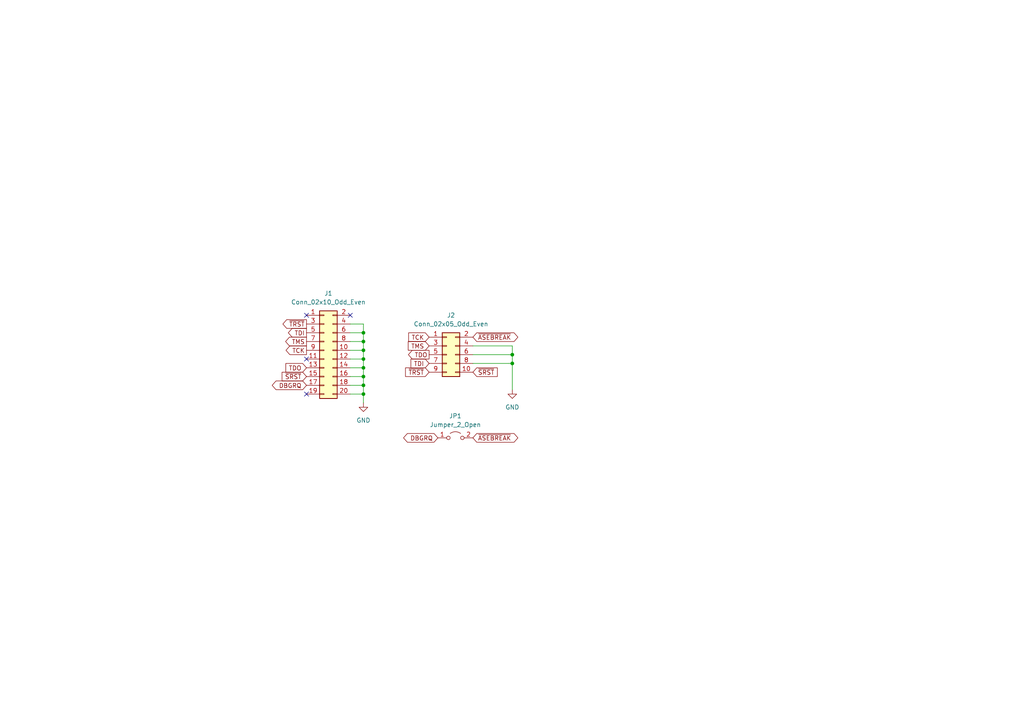
<source format=kicad_sch>
(kicad_sch (version 20211123) (generator eeschema)
  (paper "A4")
  (lib_symbols
    (symbol "Connector_Generic:Conn_02x05_Odd_Even" (pin_names (offset 1.016) hide)
      (property "Reference" "J" (at 1.27 7.62 0))
      (property "Value" "Conn_02x05_Odd_Even" (at 1.27 -7.62 0))
      (symbol "Conn_02x05_Odd_Even_1_1"
        (rectangle (start -1.27 -4.953) (end 0 -5.207) (stroke (width 0.1524)))
        (rectangle (start -1.27 -2.413) (end 0 -2.667) (stroke (width 0.1524)))
        (rectangle (start -1.27 0.127) (end 0 -0.127) (stroke (width 0.1524)))
        (rectangle (start -1.27 2.667) (end 0 2.413) (stroke (width 0.1524)))
        (rectangle (start -1.27 5.207) (end 0 4.953) (stroke (width 0.1524)))
        (rectangle (start -1.27 6.35) (end 3.81 -6.35) (stroke (width 0.254)) (fill (type background)))
        (rectangle (start 3.81 -4.953) (end 2.54 -5.207) (stroke (width 0.1524)))
        (rectangle (start 3.81 -2.413) (end 2.54 -2.667) (stroke (width 0.1524)))
        (rectangle (start 3.81 0.127) (end 2.54 -0.127) (stroke (width 0.1524)))
        (rectangle (start 3.81 2.667) (end 2.54 2.413) (stroke (width 0.1524)))
        (rectangle (start 3.81 5.207) (end 2.54 4.953) (stroke (width 0.1524)))
        (pin passive line (at -5.08 5.08 0) (length 3.81) (name "Pin_1") (number "1"))
        (pin passive line (at 7.62 -5.08 180) (length 3.81) (name "Pin_10") (number "10"))
        (pin passive line (at 7.62 5.08 180) (length 3.81) (name "Pin_2") (number "2"))
        (pin passive line (at -5.08 2.54 0) (length 3.81) (name "Pin_3") (number "3"))
        (pin passive line (at 7.62 2.54 180) (length 3.81) (name "Pin_4") (number "4"))
        (pin passive line (at -5.08 0 0) (length 3.81) (name "Pin_5") (number "5"))
        (pin passive line (at 7.62 0 180) (length 3.81) (name "Pin_6") (number "6"))
        (pin passive line (at -5.08 -2.54 0) (length 3.81) (name "Pin_7") (number "7"))
        (pin passive line (at 7.62 -2.54 180) (length 3.81) (name "Pin_8") (number "8"))
        (pin passive line (at -5.08 -5.08 0) (length 3.81) (name "Pin_9") (number "9"))
      )
    )
    (symbol "Connector_Generic:Conn_02x10_Odd_Even" (pin_names (offset 1.016) hide)
      (property "Reference" "J" (at 1.27 12.7 0))
      (property "Value" "Conn_02x10_Odd_Even" (at 1.27 -15.24 0))
      (symbol "Conn_02x10_Odd_Even_1_1"
        (rectangle (start -1.27 -12.573) (end 0 -12.827) (stroke (width 0.1524)))
        (rectangle (start -1.27 -10.033) (end 0 -10.287) (stroke (width 0.1524)))
        (rectangle (start -1.27 -7.493) (end 0 -7.747) (stroke (width 0.1524)))
        (rectangle (start -1.27 -4.953) (end 0 -5.207) (stroke (width 0.1524)))
        (rectangle (start -1.27 -2.413) (end 0 -2.667) (stroke (width 0.1524)))
        (rectangle (start -1.27 0.127) (end 0 -0.127) (stroke (width 0.1524)))
        (rectangle (start -1.27 2.667) (end 0 2.413) (stroke (width 0.1524)))
        (rectangle (start -1.27 5.207) (end 0 4.953) (stroke (width 0.1524)))
        (rectangle (start -1.27 7.747) (end 0 7.493) (stroke (width 0.1524)))
        (rectangle (start -1.27 10.287) (end 0 10.033) (stroke (width 0.1524)))
        (rectangle (start -1.27 11.43) (end 3.81 -13.97) (stroke (width 0.254)) (fill (type background)))
        (rectangle (start 3.81 -12.573) (end 2.54 -12.827) (stroke (width 0.1524)))
        (rectangle (start 3.81 -10.033) (end 2.54 -10.287) (stroke (width 0.1524)))
        (rectangle (start 3.81 -7.493) (end 2.54 -7.747) (stroke (width 0.1524)))
        (rectangle (start 3.81 -4.953) (end 2.54 -5.207) (stroke (width 0.1524)))
        (rectangle (start 3.81 -2.413) (end 2.54 -2.667) (stroke (width 0.1524)))
        (rectangle (start 3.81 0.127) (end 2.54 -0.127) (stroke (width 0.1524)))
        (rectangle (start 3.81 2.667) (end 2.54 2.413) (stroke (width 0.1524)))
        (rectangle (start 3.81 5.207) (end 2.54 4.953) (stroke (width 0.1524)))
        (rectangle (start 3.81 7.747) (end 2.54 7.493) (stroke (width 0.1524)))
        (rectangle (start 3.81 10.287) (end 2.54 10.033) (stroke (width 0.1524)))
        (pin passive line (at -5.08 10.16 0) (length 3.81) (name "Pin_1") (number "1"))
        (pin passive line (at 7.62 0 180) (length 3.81) (name "Pin_10") (number "10"))
        (pin passive line (at -5.08 -2.54 0) (length 3.81) (name "Pin_11") (number "11"))
        (pin passive line (at 7.62 -2.54 180) (length 3.81) (name "Pin_12") (number "12"))
        (pin passive line (at -5.08 -5.08 0) (length 3.81) (name "Pin_13") (number "13"))
        (pin passive line (at 7.62 -5.08 180) (length 3.81) (name "Pin_14") (number "14"))
        (pin passive line (at -5.08 -7.62 0) (length 3.81) (name "Pin_15") (number "15"))
        (pin passive line (at 7.62 -7.62 180) (length 3.81) (name "Pin_16") (number "16"))
        (pin passive line (at -5.08 -10.16 0) (length 3.81) (name "Pin_17") (number "17"))
        (pin passive line (at 7.62 -10.16 180) (length 3.81) (name "Pin_18") (number "18"))
        (pin passive line (at -5.08 -12.7 0) (length 3.81) (name "Pin_19") (number "19"))
        (pin passive line (at 7.62 10.16 180) (length 3.81) (name "Pin_2") (number "2"))
        (pin passive line (at 7.62 -12.7 180) (length 3.81) (name "Pin_20") (number "20"))
        (pin passive line (at -5.08 7.62 0) (length 3.81) (name "Pin_3") (number "3"))
        (pin passive line (at 7.62 7.62 180) (length 3.81) (name "Pin_4") (number "4"))
        (pin passive line (at -5.08 5.08 0) (length 3.81) (name "Pin_5") (number "5"))
        (pin passive line (at 7.62 5.08 180) (length 3.81) (name "Pin_6") (number "6"))
        (pin passive line (at -5.08 2.54 0) (length 3.81) (name "Pin_7") (number "7"))
        (pin passive line (at 7.62 2.54 180) (length 3.81) (name "Pin_8") (number "8"))
        (pin passive line (at -5.08 0 0) (length 3.81) (name "Pin_9") (number "9"))
      )
    )
    (symbol "Jumper:Jumper_2_Open" (pin_names (offset 0) hide)
      (property "Reference" "JP" (at 0 2.794 0))
      (property "Value" "Jumper_2_Open" (at 0 -2.286 0))
      (symbol "Jumper_2_Open_0_0"
        (circle (center -2.032 0) (radius 0.508))
        (circle (center 2.032 0) (radius 0.508))
      )
      (symbol "Jumper_2_Open_0_1"
        (arc (start 1.524 1.27) (mid 0 1.778) (end -1.524 1.27))
      )
      (symbol "Jumper_2_Open_1_1"
        (pin passive line (at -5.08 0 0) (length 2.54) (name "A") (number "1"))
        (pin passive line (at 5.08 0 180) (length 2.54) (name "B") (number "2"))
      )
    )
    (symbol "power:GND" (power) (pin_names (offset 0))
      (property "Value" "GND" (at 0 -3.81 0))
      (symbol "GND_0_1"
        (polyline (pts (xy 0 0) (xy 0 -1.27) (xy 1.27 -1.27) (xy 0 -2.54) (xy -1.27 -1.27) (xy 0 -1.27)))
      )
      (symbol "GND_1_1"
        (pin power_in line (at 0 0 270) (length 0) hide (name "GND") (number "1"))
      )
    )
  )
  (junction (at 105.41 99.06))
  (junction (at 105.41 106.68))
  (junction (at 105.41 111.76))
  (junction (at 105.41 101.6))
  (junction (at 148.59 105.41))
  (junction (at 105.41 104.14))
  (junction (at 105.41 114.3))
  (junction (at 148.59 102.87))
  (junction (at 105.41 96.52))
  (junction (at 105.41 109.22))
  (no_connect (at 88.9 91.44))
  (no_connect (at 101.6 91.44))
  (no_connect (at 88.9 104.14))
  (no_connect (at 88.9 114.3))
  (wire (pts (xy 101.6 109.22) (xy 105.41 109.22)))
  (wire (pts (xy 105.41 111.76) (xy 105.41 114.3)))
  (wire (pts (xy 137.16 102.87) (xy 148.59 102.87)))
  (wire (pts (xy 105.41 114.3) (xy 105.41 116.84)))
  (wire (pts (xy 148.59 100.33) (xy 148.59 102.87)))
  (wire (pts (xy 101.6 99.06) (xy 105.41 99.06)))
  (wire (pts (xy 105.41 96.52) (xy 105.41 99.06)))
  (wire (pts (xy 101.6 111.76) (xy 105.41 111.76)))
  (wire (pts (xy 101.6 104.14) (xy 105.41 104.14)))
  (wire (pts (xy 137.16 105.41) (xy 148.59 105.41)))
  (wire (pts (xy 101.6 114.3) (xy 105.41 114.3)))
  (wire (pts (xy 105.41 99.06) (xy 105.41 101.6)))
  (wire (pts (xy 101.6 106.68) (xy 105.41 106.68)))
  (wire (pts (xy 148.59 105.41) (xy 148.59 113.03)))
  (wire (pts (xy 105.41 101.6) (xy 105.41 104.14)))
  (wire (pts (xy 137.16 100.33) (xy 148.59 100.33)))
  (wire (pts (xy 101.6 93.98) (xy 105.41 93.98)))
  (wire (pts (xy 105.41 109.22) (xy 105.41 111.76)))
  (wire (pts (xy 105.41 104.14) (xy 105.41 106.68)))
  (wire (pts (xy 101.6 96.52) (xy 105.41 96.52)))
  (wire (pts (xy 105.41 106.68) (xy 105.41 109.22)))
  (wire (pts (xy 148.59 102.87) (xy 148.59 105.41)))
  (wire (pts (xy 101.6 101.6) (xy 105.41 101.6)))
  (wire (pts (xy 105.41 93.98) (xy 105.41 96.52)))
  (global_label "DBGRQ" (shape bidirectional) (at 127 127 180) (property "Intersheet References" "${INTERSHEET_REFS}" (effects hide)))
  (global_label "~{TRST}" (shape output) (at 88.9 93.98 180) (property "Intersheet References" "${INTERSHEET_REFS}" (effects hide)))
  (global_label "TDO" (shape output) (at 124.46 102.87 180) (property "Intersheet References" "${INTERSHEET_REFS}" (effects hide)))
  (global_label "~{SRST}" (shape input) (at 88.9 109.22 180) (property "Intersheet References" "${INTERSHEET_REFS}" (effects hide)))
  (global_label "TDI" (shape output) (at 88.9 96.52 180) (property "Intersheet References" "${INTERSHEET_REFS}" (effects hide)))
  (global_label "~{ASEBREAK}" (shape bidirectional) (at 137.16 127 0) (property "Intersheet References" "${INTERSHEET_REFS}" (effects hide)))
  (global_label "TDO" (shape input) (at 88.9 106.68 180) (property "Intersheet References" "${INTERSHEET_REFS}" (effects hide)))
  (global_label "TCK" (shape input) (at 124.46 97.79 180) (property "Intersheet References" "${INTERSHEET_REFS}" (effects hide)))
  (global_label "TDI" (shape input) (at 124.46 105.41 180) (property "Intersheet References" "${INTERSHEET_REFS}" (effects hide)))
  (global_label "~{TRST}" (shape input) (at 124.46 107.95 180) (property "Intersheet References" "${INTERSHEET_REFS}" (effects hide)))
  (global_label "~{ASEBREAK}" (shape bidirectional) (at 137.16 97.79 0) (property "Intersheet References" "${INTERSHEET_REFS}" (effects hide)))
  (global_label "TMS" (shape output) (at 88.9 99.06 180) (property "Intersheet References" "${INTERSHEET_REFS}" (effects hide)))
  (global_label "~{SRST}" (shape input) (at 137.16 107.95 0) (property "Intersheet References" "${INTERSHEET_REFS}" (effects hide)))
  (global_label "TCK" (shape output) (at 88.9 101.6 180) (property "Intersheet References" "${INTERSHEET_REFS}" (effects hide)))
  (global_label "TMS" (shape input) (at 124.46 100.33 180) (property "Intersheet References" "${INTERSHEET_REFS}" (effects hide)))
  (global_label "DBGRQ" (shape bidirectional) (at 88.9 111.76 180) (property "Intersheet References" "${INTERSHEET_REFS}" (effects hide)))
  (symbol (lib_id "power:GND") (at 148.59 113.03 0) (unit 1)
    (property "Reference" "#PWR0101" (effects hide))
    (property "Value" "GND" (at 148.59 118.11 0))
  )
  (symbol (lib_id "Connector_Generic:Conn_02x05_Odd_Even") (at 129.54 102.87 0) (unit 1)
    (property "Reference" "J2" (at 130.81 91.44 0))
    (property "Value" "Conn_02x05_Odd_Even" (at 130.81 93.98 0))
    (property "Footprint" "Connector_PinHeader_1.27mm:PinHeader_2x05_P1.27mm_Vertical" (effects hide))
  )
  (symbol (lib_id "power:GND") (at 105.41 116.84 0) (unit 1)
    (property "Reference" "#PWR0102" (effects hide))
    (property "Value" "GND" (at 105.41 121.92 0))
  )
  (symbol (lib_id "Jumper:Jumper_2_Open") (at 132.08 127 0) (unit 1)
    (property "Reference" "JP1" (at 132.08 120.65 0))
    (property "Value" "Jumper_2_Open" (at 132.08 123.19 0))
    (property "Footprint" "Jumper:SolderJumper-2_P1.3mm_Open_TrianglePad1.0x1.5mm" (effects hide))
  )
  (symbol (lib_id "Connector_Generic:Conn_02x10_Odd_Even") (at 93.98 101.6 0) (unit 1)
    (property "Reference" "J1" (at 95.25 85.09 0))
    (property "Value" "Conn_02x10_Odd_Even" (at 95.25 87.63 0))
    (property "Footprint" "Connector_PinHeader_2.54mm:PinHeader_2x10_P2.54mm_Vertical" (effects hide))
  )
)
</source>
